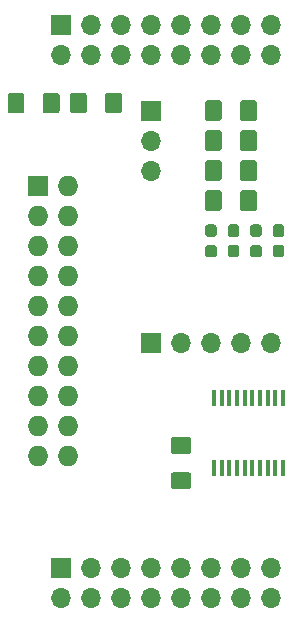
<source format=gts>
G04 #@! TF.GenerationSoftware,KiCad,Pcbnew,(5.0.0)*
G04 #@! TF.CreationDate,2018-08-08T21:20:56+01:00*
G04 #@! TF.ProjectId,armm0,61726D6D302E6B696361645F70636200,rev?*
G04 #@! TF.SameCoordinates,Original*
G04 #@! TF.FileFunction,Soldermask,Top*
G04 #@! TF.FilePolarity,Negative*
%FSLAX46Y46*%
G04 Gerber Fmt 4.6, Leading zero omitted, Abs format (unit mm)*
G04 Created by KiCad (PCBNEW (5.0.0)) date 08/08/18 21:20:56*
%MOMM*%
%LPD*%
G01*
G04 APERTURE LIST*
%ADD10R,1.727200X1.727200*%
%ADD11O,1.727200X1.727200*%
%ADD12C,0.100000*%
%ADD13C,0.950000*%
%ADD14R,1.700000X1.700000*%
%ADD15O,1.700000X1.700000*%
%ADD16C,1.425000*%
%ADD17R,0.450000X1.450000*%
G04 APERTURE END LIST*
D10*
G04 #@! TO.C,J1*
X78740000Y-46355000D03*
D11*
X81280000Y-46355000D03*
X78740000Y-48895000D03*
X81280000Y-48895000D03*
X78740000Y-51435000D03*
X81280000Y-51435000D03*
X78740000Y-53975000D03*
X81280000Y-53975000D03*
X78740000Y-56515000D03*
X81280000Y-56515000D03*
X78740000Y-59055000D03*
X81280000Y-59055000D03*
X78740000Y-61595000D03*
X81280000Y-61595000D03*
X78740000Y-64135000D03*
X81280000Y-64135000D03*
X78740000Y-66675000D03*
X81280000Y-66675000D03*
X78740000Y-69215000D03*
X81280000Y-69215000D03*
G04 #@! TD*
D12*
G04 #@! TO.C,R6*
G36*
X95510779Y-49641144D02*
X95533834Y-49644563D01*
X95556443Y-49650227D01*
X95578387Y-49658079D01*
X95599457Y-49668044D01*
X95619448Y-49680026D01*
X95638168Y-49693910D01*
X95655438Y-49709562D01*
X95671090Y-49726832D01*
X95684974Y-49745552D01*
X95696956Y-49765543D01*
X95706921Y-49786613D01*
X95714773Y-49808557D01*
X95720437Y-49831166D01*
X95723856Y-49854221D01*
X95725000Y-49877500D01*
X95725000Y-50452500D01*
X95723856Y-50475779D01*
X95720437Y-50498834D01*
X95714773Y-50521443D01*
X95706921Y-50543387D01*
X95696956Y-50564457D01*
X95684974Y-50584448D01*
X95671090Y-50603168D01*
X95655438Y-50620438D01*
X95638168Y-50636090D01*
X95619448Y-50649974D01*
X95599457Y-50661956D01*
X95578387Y-50671921D01*
X95556443Y-50679773D01*
X95533834Y-50685437D01*
X95510779Y-50688856D01*
X95487500Y-50690000D01*
X95012500Y-50690000D01*
X94989221Y-50688856D01*
X94966166Y-50685437D01*
X94943557Y-50679773D01*
X94921613Y-50671921D01*
X94900543Y-50661956D01*
X94880552Y-50649974D01*
X94861832Y-50636090D01*
X94844562Y-50620438D01*
X94828910Y-50603168D01*
X94815026Y-50584448D01*
X94803044Y-50564457D01*
X94793079Y-50543387D01*
X94785227Y-50521443D01*
X94779563Y-50498834D01*
X94776144Y-50475779D01*
X94775000Y-50452500D01*
X94775000Y-49877500D01*
X94776144Y-49854221D01*
X94779563Y-49831166D01*
X94785227Y-49808557D01*
X94793079Y-49786613D01*
X94803044Y-49765543D01*
X94815026Y-49745552D01*
X94828910Y-49726832D01*
X94844562Y-49709562D01*
X94861832Y-49693910D01*
X94880552Y-49680026D01*
X94900543Y-49668044D01*
X94921613Y-49658079D01*
X94943557Y-49650227D01*
X94966166Y-49644563D01*
X94989221Y-49641144D01*
X95012500Y-49640000D01*
X95487500Y-49640000D01*
X95510779Y-49641144D01*
X95510779Y-49641144D01*
G37*
D13*
X95250000Y-50165000D03*
D12*
G36*
X95510779Y-51391144D02*
X95533834Y-51394563D01*
X95556443Y-51400227D01*
X95578387Y-51408079D01*
X95599457Y-51418044D01*
X95619448Y-51430026D01*
X95638168Y-51443910D01*
X95655438Y-51459562D01*
X95671090Y-51476832D01*
X95684974Y-51495552D01*
X95696956Y-51515543D01*
X95706921Y-51536613D01*
X95714773Y-51558557D01*
X95720437Y-51581166D01*
X95723856Y-51604221D01*
X95725000Y-51627500D01*
X95725000Y-52202500D01*
X95723856Y-52225779D01*
X95720437Y-52248834D01*
X95714773Y-52271443D01*
X95706921Y-52293387D01*
X95696956Y-52314457D01*
X95684974Y-52334448D01*
X95671090Y-52353168D01*
X95655438Y-52370438D01*
X95638168Y-52386090D01*
X95619448Y-52399974D01*
X95599457Y-52411956D01*
X95578387Y-52421921D01*
X95556443Y-52429773D01*
X95533834Y-52435437D01*
X95510779Y-52438856D01*
X95487500Y-52440000D01*
X95012500Y-52440000D01*
X94989221Y-52438856D01*
X94966166Y-52435437D01*
X94943557Y-52429773D01*
X94921613Y-52421921D01*
X94900543Y-52411956D01*
X94880552Y-52399974D01*
X94861832Y-52386090D01*
X94844562Y-52370438D01*
X94828910Y-52353168D01*
X94815026Y-52334448D01*
X94803044Y-52314457D01*
X94793079Y-52293387D01*
X94785227Y-52271443D01*
X94779563Y-52248834D01*
X94776144Y-52225779D01*
X94775000Y-52202500D01*
X94775000Y-51627500D01*
X94776144Y-51604221D01*
X94779563Y-51581166D01*
X94785227Y-51558557D01*
X94793079Y-51536613D01*
X94803044Y-51515543D01*
X94815026Y-51495552D01*
X94828910Y-51476832D01*
X94844562Y-51459562D01*
X94861832Y-51443910D01*
X94880552Y-51430026D01*
X94900543Y-51418044D01*
X94921613Y-51408079D01*
X94943557Y-51400227D01*
X94966166Y-51394563D01*
X94989221Y-51391144D01*
X95012500Y-51390000D01*
X95487500Y-51390000D01*
X95510779Y-51391144D01*
X95510779Y-51391144D01*
G37*
D13*
X95250000Y-51915000D03*
G04 #@! TD*
D12*
G04 #@! TO.C,R5*
G36*
X97415779Y-51391144D02*
X97438834Y-51394563D01*
X97461443Y-51400227D01*
X97483387Y-51408079D01*
X97504457Y-51418044D01*
X97524448Y-51430026D01*
X97543168Y-51443910D01*
X97560438Y-51459562D01*
X97576090Y-51476832D01*
X97589974Y-51495552D01*
X97601956Y-51515543D01*
X97611921Y-51536613D01*
X97619773Y-51558557D01*
X97625437Y-51581166D01*
X97628856Y-51604221D01*
X97630000Y-51627500D01*
X97630000Y-52202500D01*
X97628856Y-52225779D01*
X97625437Y-52248834D01*
X97619773Y-52271443D01*
X97611921Y-52293387D01*
X97601956Y-52314457D01*
X97589974Y-52334448D01*
X97576090Y-52353168D01*
X97560438Y-52370438D01*
X97543168Y-52386090D01*
X97524448Y-52399974D01*
X97504457Y-52411956D01*
X97483387Y-52421921D01*
X97461443Y-52429773D01*
X97438834Y-52435437D01*
X97415779Y-52438856D01*
X97392500Y-52440000D01*
X96917500Y-52440000D01*
X96894221Y-52438856D01*
X96871166Y-52435437D01*
X96848557Y-52429773D01*
X96826613Y-52421921D01*
X96805543Y-52411956D01*
X96785552Y-52399974D01*
X96766832Y-52386090D01*
X96749562Y-52370438D01*
X96733910Y-52353168D01*
X96720026Y-52334448D01*
X96708044Y-52314457D01*
X96698079Y-52293387D01*
X96690227Y-52271443D01*
X96684563Y-52248834D01*
X96681144Y-52225779D01*
X96680000Y-52202500D01*
X96680000Y-51627500D01*
X96681144Y-51604221D01*
X96684563Y-51581166D01*
X96690227Y-51558557D01*
X96698079Y-51536613D01*
X96708044Y-51515543D01*
X96720026Y-51495552D01*
X96733910Y-51476832D01*
X96749562Y-51459562D01*
X96766832Y-51443910D01*
X96785552Y-51430026D01*
X96805543Y-51418044D01*
X96826613Y-51408079D01*
X96848557Y-51400227D01*
X96871166Y-51394563D01*
X96894221Y-51391144D01*
X96917500Y-51390000D01*
X97392500Y-51390000D01*
X97415779Y-51391144D01*
X97415779Y-51391144D01*
G37*
D13*
X97155000Y-51915000D03*
D12*
G36*
X97415779Y-49641144D02*
X97438834Y-49644563D01*
X97461443Y-49650227D01*
X97483387Y-49658079D01*
X97504457Y-49668044D01*
X97524448Y-49680026D01*
X97543168Y-49693910D01*
X97560438Y-49709562D01*
X97576090Y-49726832D01*
X97589974Y-49745552D01*
X97601956Y-49765543D01*
X97611921Y-49786613D01*
X97619773Y-49808557D01*
X97625437Y-49831166D01*
X97628856Y-49854221D01*
X97630000Y-49877500D01*
X97630000Y-50452500D01*
X97628856Y-50475779D01*
X97625437Y-50498834D01*
X97619773Y-50521443D01*
X97611921Y-50543387D01*
X97601956Y-50564457D01*
X97589974Y-50584448D01*
X97576090Y-50603168D01*
X97560438Y-50620438D01*
X97543168Y-50636090D01*
X97524448Y-50649974D01*
X97504457Y-50661956D01*
X97483387Y-50671921D01*
X97461443Y-50679773D01*
X97438834Y-50685437D01*
X97415779Y-50688856D01*
X97392500Y-50690000D01*
X96917500Y-50690000D01*
X96894221Y-50688856D01*
X96871166Y-50685437D01*
X96848557Y-50679773D01*
X96826613Y-50671921D01*
X96805543Y-50661956D01*
X96785552Y-50649974D01*
X96766832Y-50636090D01*
X96749562Y-50620438D01*
X96733910Y-50603168D01*
X96720026Y-50584448D01*
X96708044Y-50564457D01*
X96698079Y-50543387D01*
X96690227Y-50521443D01*
X96684563Y-50498834D01*
X96681144Y-50475779D01*
X96680000Y-50452500D01*
X96680000Y-49877500D01*
X96681144Y-49854221D01*
X96684563Y-49831166D01*
X96690227Y-49808557D01*
X96698079Y-49786613D01*
X96708044Y-49765543D01*
X96720026Y-49745552D01*
X96733910Y-49726832D01*
X96749562Y-49709562D01*
X96766832Y-49693910D01*
X96785552Y-49680026D01*
X96805543Y-49668044D01*
X96826613Y-49658079D01*
X96848557Y-49650227D01*
X96871166Y-49644563D01*
X96894221Y-49641144D01*
X96917500Y-49640000D01*
X97392500Y-49640000D01*
X97415779Y-49641144D01*
X97415779Y-49641144D01*
G37*
D13*
X97155000Y-50165000D03*
G04 #@! TD*
D12*
G04 #@! TO.C,R4*
G36*
X99320779Y-49641144D02*
X99343834Y-49644563D01*
X99366443Y-49650227D01*
X99388387Y-49658079D01*
X99409457Y-49668044D01*
X99429448Y-49680026D01*
X99448168Y-49693910D01*
X99465438Y-49709562D01*
X99481090Y-49726832D01*
X99494974Y-49745552D01*
X99506956Y-49765543D01*
X99516921Y-49786613D01*
X99524773Y-49808557D01*
X99530437Y-49831166D01*
X99533856Y-49854221D01*
X99535000Y-49877500D01*
X99535000Y-50452500D01*
X99533856Y-50475779D01*
X99530437Y-50498834D01*
X99524773Y-50521443D01*
X99516921Y-50543387D01*
X99506956Y-50564457D01*
X99494974Y-50584448D01*
X99481090Y-50603168D01*
X99465438Y-50620438D01*
X99448168Y-50636090D01*
X99429448Y-50649974D01*
X99409457Y-50661956D01*
X99388387Y-50671921D01*
X99366443Y-50679773D01*
X99343834Y-50685437D01*
X99320779Y-50688856D01*
X99297500Y-50690000D01*
X98822500Y-50690000D01*
X98799221Y-50688856D01*
X98776166Y-50685437D01*
X98753557Y-50679773D01*
X98731613Y-50671921D01*
X98710543Y-50661956D01*
X98690552Y-50649974D01*
X98671832Y-50636090D01*
X98654562Y-50620438D01*
X98638910Y-50603168D01*
X98625026Y-50584448D01*
X98613044Y-50564457D01*
X98603079Y-50543387D01*
X98595227Y-50521443D01*
X98589563Y-50498834D01*
X98586144Y-50475779D01*
X98585000Y-50452500D01*
X98585000Y-49877500D01*
X98586144Y-49854221D01*
X98589563Y-49831166D01*
X98595227Y-49808557D01*
X98603079Y-49786613D01*
X98613044Y-49765543D01*
X98625026Y-49745552D01*
X98638910Y-49726832D01*
X98654562Y-49709562D01*
X98671832Y-49693910D01*
X98690552Y-49680026D01*
X98710543Y-49668044D01*
X98731613Y-49658079D01*
X98753557Y-49650227D01*
X98776166Y-49644563D01*
X98799221Y-49641144D01*
X98822500Y-49640000D01*
X99297500Y-49640000D01*
X99320779Y-49641144D01*
X99320779Y-49641144D01*
G37*
D13*
X99060000Y-50165000D03*
D12*
G36*
X99320779Y-51391144D02*
X99343834Y-51394563D01*
X99366443Y-51400227D01*
X99388387Y-51408079D01*
X99409457Y-51418044D01*
X99429448Y-51430026D01*
X99448168Y-51443910D01*
X99465438Y-51459562D01*
X99481090Y-51476832D01*
X99494974Y-51495552D01*
X99506956Y-51515543D01*
X99516921Y-51536613D01*
X99524773Y-51558557D01*
X99530437Y-51581166D01*
X99533856Y-51604221D01*
X99535000Y-51627500D01*
X99535000Y-52202500D01*
X99533856Y-52225779D01*
X99530437Y-52248834D01*
X99524773Y-52271443D01*
X99516921Y-52293387D01*
X99506956Y-52314457D01*
X99494974Y-52334448D01*
X99481090Y-52353168D01*
X99465438Y-52370438D01*
X99448168Y-52386090D01*
X99429448Y-52399974D01*
X99409457Y-52411956D01*
X99388387Y-52421921D01*
X99366443Y-52429773D01*
X99343834Y-52435437D01*
X99320779Y-52438856D01*
X99297500Y-52440000D01*
X98822500Y-52440000D01*
X98799221Y-52438856D01*
X98776166Y-52435437D01*
X98753557Y-52429773D01*
X98731613Y-52421921D01*
X98710543Y-52411956D01*
X98690552Y-52399974D01*
X98671832Y-52386090D01*
X98654562Y-52370438D01*
X98638910Y-52353168D01*
X98625026Y-52334448D01*
X98613044Y-52314457D01*
X98603079Y-52293387D01*
X98595227Y-52271443D01*
X98589563Y-52248834D01*
X98586144Y-52225779D01*
X98585000Y-52202500D01*
X98585000Y-51627500D01*
X98586144Y-51604221D01*
X98589563Y-51581166D01*
X98595227Y-51558557D01*
X98603079Y-51536613D01*
X98613044Y-51515543D01*
X98625026Y-51495552D01*
X98638910Y-51476832D01*
X98654562Y-51459562D01*
X98671832Y-51443910D01*
X98690552Y-51430026D01*
X98710543Y-51418044D01*
X98731613Y-51408079D01*
X98753557Y-51400227D01*
X98776166Y-51394563D01*
X98799221Y-51391144D01*
X98822500Y-51390000D01*
X99297500Y-51390000D01*
X99320779Y-51391144D01*
X99320779Y-51391144D01*
G37*
D13*
X99060000Y-51915000D03*
G04 #@! TD*
D12*
G04 #@! TO.C,R7*
G36*
X93605779Y-51391144D02*
X93628834Y-51394563D01*
X93651443Y-51400227D01*
X93673387Y-51408079D01*
X93694457Y-51418044D01*
X93714448Y-51430026D01*
X93733168Y-51443910D01*
X93750438Y-51459562D01*
X93766090Y-51476832D01*
X93779974Y-51495552D01*
X93791956Y-51515543D01*
X93801921Y-51536613D01*
X93809773Y-51558557D01*
X93815437Y-51581166D01*
X93818856Y-51604221D01*
X93820000Y-51627500D01*
X93820000Y-52202500D01*
X93818856Y-52225779D01*
X93815437Y-52248834D01*
X93809773Y-52271443D01*
X93801921Y-52293387D01*
X93791956Y-52314457D01*
X93779974Y-52334448D01*
X93766090Y-52353168D01*
X93750438Y-52370438D01*
X93733168Y-52386090D01*
X93714448Y-52399974D01*
X93694457Y-52411956D01*
X93673387Y-52421921D01*
X93651443Y-52429773D01*
X93628834Y-52435437D01*
X93605779Y-52438856D01*
X93582500Y-52440000D01*
X93107500Y-52440000D01*
X93084221Y-52438856D01*
X93061166Y-52435437D01*
X93038557Y-52429773D01*
X93016613Y-52421921D01*
X92995543Y-52411956D01*
X92975552Y-52399974D01*
X92956832Y-52386090D01*
X92939562Y-52370438D01*
X92923910Y-52353168D01*
X92910026Y-52334448D01*
X92898044Y-52314457D01*
X92888079Y-52293387D01*
X92880227Y-52271443D01*
X92874563Y-52248834D01*
X92871144Y-52225779D01*
X92870000Y-52202500D01*
X92870000Y-51627500D01*
X92871144Y-51604221D01*
X92874563Y-51581166D01*
X92880227Y-51558557D01*
X92888079Y-51536613D01*
X92898044Y-51515543D01*
X92910026Y-51495552D01*
X92923910Y-51476832D01*
X92939562Y-51459562D01*
X92956832Y-51443910D01*
X92975552Y-51430026D01*
X92995543Y-51418044D01*
X93016613Y-51408079D01*
X93038557Y-51400227D01*
X93061166Y-51394563D01*
X93084221Y-51391144D01*
X93107500Y-51390000D01*
X93582500Y-51390000D01*
X93605779Y-51391144D01*
X93605779Y-51391144D01*
G37*
D13*
X93345000Y-51915000D03*
D12*
G36*
X93605779Y-49641144D02*
X93628834Y-49644563D01*
X93651443Y-49650227D01*
X93673387Y-49658079D01*
X93694457Y-49668044D01*
X93714448Y-49680026D01*
X93733168Y-49693910D01*
X93750438Y-49709562D01*
X93766090Y-49726832D01*
X93779974Y-49745552D01*
X93791956Y-49765543D01*
X93801921Y-49786613D01*
X93809773Y-49808557D01*
X93815437Y-49831166D01*
X93818856Y-49854221D01*
X93820000Y-49877500D01*
X93820000Y-50452500D01*
X93818856Y-50475779D01*
X93815437Y-50498834D01*
X93809773Y-50521443D01*
X93801921Y-50543387D01*
X93791956Y-50564457D01*
X93779974Y-50584448D01*
X93766090Y-50603168D01*
X93750438Y-50620438D01*
X93733168Y-50636090D01*
X93714448Y-50649974D01*
X93694457Y-50661956D01*
X93673387Y-50671921D01*
X93651443Y-50679773D01*
X93628834Y-50685437D01*
X93605779Y-50688856D01*
X93582500Y-50690000D01*
X93107500Y-50690000D01*
X93084221Y-50688856D01*
X93061166Y-50685437D01*
X93038557Y-50679773D01*
X93016613Y-50671921D01*
X92995543Y-50661956D01*
X92975552Y-50649974D01*
X92956832Y-50636090D01*
X92939562Y-50620438D01*
X92923910Y-50603168D01*
X92910026Y-50584448D01*
X92898044Y-50564457D01*
X92888079Y-50543387D01*
X92880227Y-50521443D01*
X92874563Y-50498834D01*
X92871144Y-50475779D01*
X92870000Y-50452500D01*
X92870000Y-49877500D01*
X92871144Y-49854221D01*
X92874563Y-49831166D01*
X92880227Y-49808557D01*
X92888079Y-49786613D01*
X92898044Y-49765543D01*
X92910026Y-49745552D01*
X92923910Y-49726832D01*
X92939562Y-49709562D01*
X92956832Y-49693910D01*
X92975552Y-49680026D01*
X92995543Y-49668044D01*
X93016613Y-49658079D01*
X93038557Y-49650227D01*
X93061166Y-49644563D01*
X93084221Y-49641144D01*
X93107500Y-49640000D01*
X93582500Y-49640000D01*
X93605779Y-49641144D01*
X93605779Y-49641144D01*
G37*
D13*
X93345000Y-50165000D03*
G04 #@! TD*
D14*
G04 #@! TO.C,J8*
X88265000Y-40005000D03*
D15*
X88265000Y-42545000D03*
X88265000Y-45085000D03*
G04 #@! TD*
D12*
G04 #@! TO.C,D2*
G36*
X94032004Y-39131204D02*
X94056273Y-39134804D01*
X94080071Y-39140765D01*
X94103171Y-39149030D01*
X94125349Y-39159520D01*
X94146393Y-39172133D01*
X94166098Y-39186747D01*
X94184277Y-39203223D01*
X94200753Y-39221402D01*
X94215367Y-39241107D01*
X94227980Y-39262151D01*
X94238470Y-39284329D01*
X94246735Y-39307429D01*
X94252696Y-39331227D01*
X94256296Y-39355496D01*
X94257500Y-39380000D01*
X94257500Y-40630000D01*
X94256296Y-40654504D01*
X94252696Y-40678773D01*
X94246735Y-40702571D01*
X94238470Y-40725671D01*
X94227980Y-40747849D01*
X94215367Y-40768893D01*
X94200753Y-40788598D01*
X94184277Y-40806777D01*
X94166098Y-40823253D01*
X94146393Y-40837867D01*
X94125349Y-40850480D01*
X94103171Y-40860970D01*
X94080071Y-40869235D01*
X94056273Y-40875196D01*
X94032004Y-40878796D01*
X94007500Y-40880000D01*
X93082500Y-40880000D01*
X93057996Y-40878796D01*
X93033727Y-40875196D01*
X93009929Y-40869235D01*
X92986829Y-40860970D01*
X92964651Y-40850480D01*
X92943607Y-40837867D01*
X92923902Y-40823253D01*
X92905723Y-40806777D01*
X92889247Y-40788598D01*
X92874633Y-40768893D01*
X92862020Y-40747849D01*
X92851530Y-40725671D01*
X92843265Y-40702571D01*
X92837304Y-40678773D01*
X92833704Y-40654504D01*
X92832500Y-40630000D01*
X92832500Y-39380000D01*
X92833704Y-39355496D01*
X92837304Y-39331227D01*
X92843265Y-39307429D01*
X92851530Y-39284329D01*
X92862020Y-39262151D01*
X92874633Y-39241107D01*
X92889247Y-39221402D01*
X92905723Y-39203223D01*
X92923902Y-39186747D01*
X92943607Y-39172133D01*
X92964651Y-39159520D01*
X92986829Y-39149030D01*
X93009929Y-39140765D01*
X93033727Y-39134804D01*
X93057996Y-39131204D01*
X93082500Y-39130000D01*
X94007500Y-39130000D01*
X94032004Y-39131204D01*
X94032004Y-39131204D01*
G37*
D16*
X93545000Y-40005000D03*
D12*
G36*
X97007004Y-39131204D02*
X97031273Y-39134804D01*
X97055071Y-39140765D01*
X97078171Y-39149030D01*
X97100349Y-39159520D01*
X97121393Y-39172133D01*
X97141098Y-39186747D01*
X97159277Y-39203223D01*
X97175753Y-39221402D01*
X97190367Y-39241107D01*
X97202980Y-39262151D01*
X97213470Y-39284329D01*
X97221735Y-39307429D01*
X97227696Y-39331227D01*
X97231296Y-39355496D01*
X97232500Y-39380000D01*
X97232500Y-40630000D01*
X97231296Y-40654504D01*
X97227696Y-40678773D01*
X97221735Y-40702571D01*
X97213470Y-40725671D01*
X97202980Y-40747849D01*
X97190367Y-40768893D01*
X97175753Y-40788598D01*
X97159277Y-40806777D01*
X97141098Y-40823253D01*
X97121393Y-40837867D01*
X97100349Y-40850480D01*
X97078171Y-40860970D01*
X97055071Y-40869235D01*
X97031273Y-40875196D01*
X97007004Y-40878796D01*
X96982500Y-40880000D01*
X96057500Y-40880000D01*
X96032996Y-40878796D01*
X96008727Y-40875196D01*
X95984929Y-40869235D01*
X95961829Y-40860970D01*
X95939651Y-40850480D01*
X95918607Y-40837867D01*
X95898902Y-40823253D01*
X95880723Y-40806777D01*
X95864247Y-40788598D01*
X95849633Y-40768893D01*
X95837020Y-40747849D01*
X95826530Y-40725671D01*
X95818265Y-40702571D01*
X95812304Y-40678773D01*
X95808704Y-40654504D01*
X95807500Y-40630000D01*
X95807500Y-39380000D01*
X95808704Y-39355496D01*
X95812304Y-39331227D01*
X95818265Y-39307429D01*
X95826530Y-39284329D01*
X95837020Y-39262151D01*
X95849633Y-39241107D01*
X95864247Y-39221402D01*
X95880723Y-39203223D01*
X95898902Y-39186747D01*
X95918607Y-39172133D01*
X95939651Y-39159520D01*
X95961829Y-39149030D01*
X95984929Y-39140765D01*
X96008727Y-39134804D01*
X96032996Y-39131204D01*
X96057500Y-39130000D01*
X96982500Y-39130000D01*
X97007004Y-39131204D01*
X97007004Y-39131204D01*
G37*
D16*
X96520000Y-40005000D03*
G04 #@! TD*
D12*
G04 #@! TO.C,D1*
G36*
X80297004Y-38496204D02*
X80321273Y-38499804D01*
X80345071Y-38505765D01*
X80368171Y-38514030D01*
X80390349Y-38524520D01*
X80411393Y-38537133D01*
X80431098Y-38551747D01*
X80449277Y-38568223D01*
X80465753Y-38586402D01*
X80480367Y-38606107D01*
X80492980Y-38627151D01*
X80503470Y-38649329D01*
X80511735Y-38672429D01*
X80517696Y-38696227D01*
X80521296Y-38720496D01*
X80522500Y-38745000D01*
X80522500Y-39995000D01*
X80521296Y-40019504D01*
X80517696Y-40043773D01*
X80511735Y-40067571D01*
X80503470Y-40090671D01*
X80492980Y-40112849D01*
X80480367Y-40133893D01*
X80465753Y-40153598D01*
X80449277Y-40171777D01*
X80431098Y-40188253D01*
X80411393Y-40202867D01*
X80390349Y-40215480D01*
X80368171Y-40225970D01*
X80345071Y-40234235D01*
X80321273Y-40240196D01*
X80297004Y-40243796D01*
X80272500Y-40245000D01*
X79347500Y-40245000D01*
X79322996Y-40243796D01*
X79298727Y-40240196D01*
X79274929Y-40234235D01*
X79251829Y-40225970D01*
X79229651Y-40215480D01*
X79208607Y-40202867D01*
X79188902Y-40188253D01*
X79170723Y-40171777D01*
X79154247Y-40153598D01*
X79139633Y-40133893D01*
X79127020Y-40112849D01*
X79116530Y-40090671D01*
X79108265Y-40067571D01*
X79102304Y-40043773D01*
X79098704Y-40019504D01*
X79097500Y-39995000D01*
X79097500Y-38745000D01*
X79098704Y-38720496D01*
X79102304Y-38696227D01*
X79108265Y-38672429D01*
X79116530Y-38649329D01*
X79127020Y-38627151D01*
X79139633Y-38606107D01*
X79154247Y-38586402D01*
X79170723Y-38568223D01*
X79188902Y-38551747D01*
X79208607Y-38537133D01*
X79229651Y-38524520D01*
X79251829Y-38514030D01*
X79274929Y-38505765D01*
X79298727Y-38499804D01*
X79322996Y-38496204D01*
X79347500Y-38495000D01*
X80272500Y-38495000D01*
X80297004Y-38496204D01*
X80297004Y-38496204D01*
G37*
D16*
X79810000Y-39370000D03*
D12*
G36*
X77322004Y-38496204D02*
X77346273Y-38499804D01*
X77370071Y-38505765D01*
X77393171Y-38514030D01*
X77415349Y-38524520D01*
X77436393Y-38537133D01*
X77456098Y-38551747D01*
X77474277Y-38568223D01*
X77490753Y-38586402D01*
X77505367Y-38606107D01*
X77517980Y-38627151D01*
X77528470Y-38649329D01*
X77536735Y-38672429D01*
X77542696Y-38696227D01*
X77546296Y-38720496D01*
X77547500Y-38745000D01*
X77547500Y-39995000D01*
X77546296Y-40019504D01*
X77542696Y-40043773D01*
X77536735Y-40067571D01*
X77528470Y-40090671D01*
X77517980Y-40112849D01*
X77505367Y-40133893D01*
X77490753Y-40153598D01*
X77474277Y-40171777D01*
X77456098Y-40188253D01*
X77436393Y-40202867D01*
X77415349Y-40215480D01*
X77393171Y-40225970D01*
X77370071Y-40234235D01*
X77346273Y-40240196D01*
X77322004Y-40243796D01*
X77297500Y-40245000D01*
X76372500Y-40245000D01*
X76347996Y-40243796D01*
X76323727Y-40240196D01*
X76299929Y-40234235D01*
X76276829Y-40225970D01*
X76254651Y-40215480D01*
X76233607Y-40202867D01*
X76213902Y-40188253D01*
X76195723Y-40171777D01*
X76179247Y-40153598D01*
X76164633Y-40133893D01*
X76152020Y-40112849D01*
X76141530Y-40090671D01*
X76133265Y-40067571D01*
X76127304Y-40043773D01*
X76123704Y-40019504D01*
X76122500Y-39995000D01*
X76122500Y-38745000D01*
X76123704Y-38720496D01*
X76127304Y-38696227D01*
X76133265Y-38672429D01*
X76141530Y-38649329D01*
X76152020Y-38627151D01*
X76164633Y-38606107D01*
X76179247Y-38586402D01*
X76195723Y-38568223D01*
X76213902Y-38551747D01*
X76233607Y-38537133D01*
X76254651Y-38524520D01*
X76276829Y-38514030D01*
X76299929Y-38505765D01*
X76323727Y-38499804D01*
X76347996Y-38496204D01*
X76372500Y-38495000D01*
X77297500Y-38495000D01*
X77322004Y-38496204D01*
X77322004Y-38496204D01*
G37*
D16*
X76835000Y-39370000D03*
G04 #@! TD*
D12*
G04 #@! TO.C,D3*
G36*
X94032004Y-41671204D02*
X94056273Y-41674804D01*
X94080071Y-41680765D01*
X94103171Y-41689030D01*
X94125349Y-41699520D01*
X94146393Y-41712133D01*
X94166098Y-41726747D01*
X94184277Y-41743223D01*
X94200753Y-41761402D01*
X94215367Y-41781107D01*
X94227980Y-41802151D01*
X94238470Y-41824329D01*
X94246735Y-41847429D01*
X94252696Y-41871227D01*
X94256296Y-41895496D01*
X94257500Y-41920000D01*
X94257500Y-43170000D01*
X94256296Y-43194504D01*
X94252696Y-43218773D01*
X94246735Y-43242571D01*
X94238470Y-43265671D01*
X94227980Y-43287849D01*
X94215367Y-43308893D01*
X94200753Y-43328598D01*
X94184277Y-43346777D01*
X94166098Y-43363253D01*
X94146393Y-43377867D01*
X94125349Y-43390480D01*
X94103171Y-43400970D01*
X94080071Y-43409235D01*
X94056273Y-43415196D01*
X94032004Y-43418796D01*
X94007500Y-43420000D01*
X93082500Y-43420000D01*
X93057996Y-43418796D01*
X93033727Y-43415196D01*
X93009929Y-43409235D01*
X92986829Y-43400970D01*
X92964651Y-43390480D01*
X92943607Y-43377867D01*
X92923902Y-43363253D01*
X92905723Y-43346777D01*
X92889247Y-43328598D01*
X92874633Y-43308893D01*
X92862020Y-43287849D01*
X92851530Y-43265671D01*
X92843265Y-43242571D01*
X92837304Y-43218773D01*
X92833704Y-43194504D01*
X92832500Y-43170000D01*
X92832500Y-41920000D01*
X92833704Y-41895496D01*
X92837304Y-41871227D01*
X92843265Y-41847429D01*
X92851530Y-41824329D01*
X92862020Y-41802151D01*
X92874633Y-41781107D01*
X92889247Y-41761402D01*
X92905723Y-41743223D01*
X92923902Y-41726747D01*
X92943607Y-41712133D01*
X92964651Y-41699520D01*
X92986829Y-41689030D01*
X93009929Y-41680765D01*
X93033727Y-41674804D01*
X93057996Y-41671204D01*
X93082500Y-41670000D01*
X94007500Y-41670000D01*
X94032004Y-41671204D01*
X94032004Y-41671204D01*
G37*
D16*
X93545000Y-42545000D03*
D12*
G36*
X97007004Y-41671204D02*
X97031273Y-41674804D01*
X97055071Y-41680765D01*
X97078171Y-41689030D01*
X97100349Y-41699520D01*
X97121393Y-41712133D01*
X97141098Y-41726747D01*
X97159277Y-41743223D01*
X97175753Y-41761402D01*
X97190367Y-41781107D01*
X97202980Y-41802151D01*
X97213470Y-41824329D01*
X97221735Y-41847429D01*
X97227696Y-41871227D01*
X97231296Y-41895496D01*
X97232500Y-41920000D01*
X97232500Y-43170000D01*
X97231296Y-43194504D01*
X97227696Y-43218773D01*
X97221735Y-43242571D01*
X97213470Y-43265671D01*
X97202980Y-43287849D01*
X97190367Y-43308893D01*
X97175753Y-43328598D01*
X97159277Y-43346777D01*
X97141098Y-43363253D01*
X97121393Y-43377867D01*
X97100349Y-43390480D01*
X97078171Y-43400970D01*
X97055071Y-43409235D01*
X97031273Y-43415196D01*
X97007004Y-43418796D01*
X96982500Y-43420000D01*
X96057500Y-43420000D01*
X96032996Y-43418796D01*
X96008727Y-43415196D01*
X95984929Y-43409235D01*
X95961829Y-43400970D01*
X95939651Y-43390480D01*
X95918607Y-43377867D01*
X95898902Y-43363253D01*
X95880723Y-43346777D01*
X95864247Y-43328598D01*
X95849633Y-43308893D01*
X95837020Y-43287849D01*
X95826530Y-43265671D01*
X95818265Y-43242571D01*
X95812304Y-43218773D01*
X95808704Y-43194504D01*
X95807500Y-43170000D01*
X95807500Y-41920000D01*
X95808704Y-41895496D01*
X95812304Y-41871227D01*
X95818265Y-41847429D01*
X95826530Y-41824329D01*
X95837020Y-41802151D01*
X95849633Y-41781107D01*
X95864247Y-41761402D01*
X95880723Y-41743223D01*
X95898902Y-41726747D01*
X95918607Y-41712133D01*
X95939651Y-41699520D01*
X95961829Y-41689030D01*
X95984929Y-41680765D01*
X96008727Y-41674804D01*
X96032996Y-41671204D01*
X96057500Y-41670000D01*
X96982500Y-41670000D01*
X97007004Y-41671204D01*
X97007004Y-41671204D01*
G37*
D16*
X96520000Y-42545000D03*
G04 #@! TD*
D12*
G04 #@! TO.C,D5*
G36*
X94032004Y-46751204D02*
X94056273Y-46754804D01*
X94080071Y-46760765D01*
X94103171Y-46769030D01*
X94125349Y-46779520D01*
X94146393Y-46792133D01*
X94166098Y-46806747D01*
X94184277Y-46823223D01*
X94200753Y-46841402D01*
X94215367Y-46861107D01*
X94227980Y-46882151D01*
X94238470Y-46904329D01*
X94246735Y-46927429D01*
X94252696Y-46951227D01*
X94256296Y-46975496D01*
X94257500Y-47000000D01*
X94257500Y-48250000D01*
X94256296Y-48274504D01*
X94252696Y-48298773D01*
X94246735Y-48322571D01*
X94238470Y-48345671D01*
X94227980Y-48367849D01*
X94215367Y-48388893D01*
X94200753Y-48408598D01*
X94184277Y-48426777D01*
X94166098Y-48443253D01*
X94146393Y-48457867D01*
X94125349Y-48470480D01*
X94103171Y-48480970D01*
X94080071Y-48489235D01*
X94056273Y-48495196D01*
X94032004Y-48498796D01*
X94007500Y-48500000D01*
X93082500Y-48500000D01*
X93057996Y-48498796D01*
X93033727Y-48495196D01*
X93009929Y-48489235D01*
X92986829Y-48480970D01*
X92964651Y-48470480D01*
X92943607Y-48457867D01*
X92923902Y-48443253D01*
X92905723Y-48426777D01*
X92889247Y-48408598D01*
X92874633Y-48388893D01*
X92862020Y-48367849D01*
X92851530Y-48345671D01*
X92843265Y-48322571D01*
X92837304Y-48298773D01*
X92833704Y-48274504D01*
X92832500Y-48250000D01*
X92832500Y-47000000D01*
X92833704Y-46975496D01*
X92837304Y-46951227D01*
X92843265Y-46927429D01*
X92851530Y-46904329D01*
X92862020Y-46882151D01*
X92874633Y-46861107D01*
X92889247Y-46841402D01*
X92905723Y-46823223D01*
X92923902Y-46806747D01*
X92943607Y-46792133D01*
X92964651Y-46779520D01*
X92986829Y-46769030D01*
X93009929Y-46760765D01*
X93033727Y-46754804D01*
X93057996Y-46751204D01*
X93082500Y-46750000D01*
X94007500Y-46750000D01*
X94032004Y-46751204D01*
X94032004Y-46751204D01*
G37*
D16*
X93545000Y-47625000D03*
D12*
G36*
X97007004Y-46751204D02*
X97031273Y-46754804D01*
X97055071Y-46760765D01*
X97078171Y-46769030D01*
X97100349Y-46779520D01*
X97121393Y-46792133D01*
X97141098Y-46806747D01*
X97159277Y-46823223D01*
X97175753Y-46841402D01*
X97190367Y-46861107D01*
X97202980Y-46882151D01*
X97213470Y-46904329D01*
X97221735Y-46927429D01*
X97227696Y-46951227D01*
X97231296Y-46975496D01*
X97232500Y-47000000D01*
X97232500Y-48250000D01*
X97231296Y-48274504D01*
X97227696Y-48298773D01*
X97221735Y-48322571D01*
X97213470Y-48345671D01*
X97202980Y-48367849D01*
X97190367Y-48388893D01*
X97175753Y-48408598D01*
X97159277Y-48426777D01*
X97141098Y-48443253D01*
X97121393Y-48457867D01*
X97100349Y-48470480D01*
X97078171Y-48480970D01*
X97055071Y-48489235D01*
X97031273Y-48495196D01*
X97007004Y-48498796D01*
X96982500Y-48500000D01*
X96057500Y-48500000D01*
X96032996Y-48498796D01*
X96008727Y-48495196D01*
X95984929Y-48489235D01*
X95961829Y-48480970D01*
X95939651Y-48470480D01*
X95918607Y-48457867D01*
X95898902Y-48443253D01*
X95880723Y-48426777D01*
X95864247Y-48408598D01*
X95849633Y-48388893D01*
X95837020Y-48367849D01*
X95826530Y-48345671D01*
X95818265Y-48322571D01*
X95812304Y-48298773D01*
X95808704Y-48274504D01*
X95807500Y-48250000D01*
X95807500Y-47000000D01*
X95808704Y-46975496D01*
X95812304Y-46951227D01*
X95818265Y-46927429D01*
X95826530Y-46904329D01*
X95837020Y-46882151D01*
X95849633Y-46861107D01*
X95864247Y-46841402D01*
X95880723Y-46823223D01*
X95898902Y-46806747D01*
X95918607Y-46792133D01*
X95939651Y-46779520D01*
X95961829Y-46769030D01*
X95984929Y-46760765D01*
X96008727Y-46754804D01*
X96032996Y-46751204D01*
X96057500Y-46750000D01*
X96982500Y-46750000D01*
X97007004Y-46751204D01*
X97007004Y-46751204D01*
G37*
D16*
X96520000Y-47625000D03*
G04 #@! TD*
D12*
G04 #@! TO.C,D4*
G36*
X94032004Y-44211204D02*
X94056273Y-44214804D01*
X94080071Y-44220765D01*
X94103171Y-44229030D01*
X94125349Y-44239520D01*
X94146393Y-44252133D01*
X94166098Y-44266747D01*
X94184277Y-44283223D01*
X94200753Y-44301402D01*
X94215367Y-44321107D01*
X94227980Y-44342151D01*
X94238470Y-44364329D01*
X94246735Y-44387429D01*
X94252696Y-44411227D01*
X94256296Y-44435496D01*
X94257500Y-44460000D01*
X94257500Y-45710000D01*
X94256296Y-45734504D01*
X94252696Y-45758773D01*
X94246735Y-45782571D01*
X94238470Y-45805671D01*
X94227980Y-45827849D01*
X94215367Y-45848893D01*
X94200753Y-45868598D01*
X94184277Y-45886777D01*
X94166098Y-45903253D01*
X94146393Y-45917867D01*
X94125349Y-45930480D01*
X94103171Y-45940970D01*
X94080071Y-45949235D01*
X94056273Y-45955196D01*
X94032004Y-45958796D01*
X94007500Y-45960000D01*
X93082500Y-45960000D01*
X93057996Y-45958796D01*
X93033727Y-45955196D01*
X93009929Y-45949235D01*
X92986829Y-45940970D01*
X92964651Y-45930480D01*
X92943607Y-45917867D01*
X92923902Y-45903253D01*
X92905723Y-45886777D01*
X92889247Y-45868598D01*
X92874633Y-45848893D01*
X92862020Y-45827849D01*
X92851530Y-45805671D01*
X92843265Y-45782571D01*
X92837304Y-45758773D01*
X92833704Y-45734504D01*
X92832500Y-45710000D01*
X92832500Y-44460000D01*
X92833704Y-44435496D01*
X92837304Y-44411227D01*
X92843265Y-44387429D01*
X92851530Y-44364329D01*
X92862020Y-44342151D01*
X92874633Y-44321107D01*
X92889247Y-44301402D01*
X92905723Y-44283223D01*
X92923902Y-44266747D01*
X92943607Y-44252133D01*
X92964651Y-44239520D01*
X92986829Y-44229030D01*
X93009929Y-44220765D01*
X93033727Y-44214804D01*
X93057996Y-44211204D01*
X93082500Y-44210000D01*
X94007500Y-44210000D01*
X94032004Y-44211204D01*
X94032004Y-44211204D01*
G37*
D16*
X93545000Y-45085000D03*
D12*
G36*
X97007004Y-44211204D02*
X97031273Y-44214804D01*
X97055071Y-44220765D01*
X97078171Y-44229030D01*
X97100349Y-44239520D01*
X97121393Y-44252133D01*
X97141098Y-44266747D01*
X97159277Y-44283223D01*
X97175753Y-44301402D01*
X97190367Y-44321107D01*
X97202980Y-44342151D01*
X97213470Y-44364329D01*
X97221735Y-44387429D01*
X97227696Y-44411227D01*
X97231296Y-44435496D01*
X97232500Y-44460000D01*
X97232500Y-45710000D01*
X97231296Y-45734504D01*
X97227696Y-45758773D01*
X97221735Y-45782571D01*
X97213470Y-45805671D01*
X97202980Y-45827849D01*
X97190367Y-45848893D01*
X97175753Y-45868598D01*
X97159277Y-45886777D01*
X97141098Y-45903253D01*
X97121393Y-45917867D01*
X97100349Y-45930480D01*
X97078171Y-45940970D01*
X97055071Y-45949235D01*
X97031273Y-45955196D01*
X97007004Y-45958796D01*
X96982500Y-45960000D01*
X96057500Y-45960000D01*
X96032996Y-45958796D01*
X96008727Y-45955196D01*
X95984929Y-45949235D01*
X95961829Y-45940970D01*
X95939651Y-45930480D01*
X95918607Y-45917867D01*
X95898902Y-45903253D01*
X95880723Y-45886777D01*
X95864247Y-45868598D01*
X95849633Y-45848893D01*
X95837020Y-45827849D01*
X95826530Y-45805671D01*
X95818265Y-45782571D01*
X95812304Y-45758773D01*
X95808704Y-45734504D01*
X95807500Y-45710000D01*
X95807500Y-44460000D01*
X95808704Y-44435496D01*
X95812304Y-44411227D01*
X95818265Y-44387429D01*
X95826530Y-44364329D01*
X95837020Y-44342151D01*
X95849633Y-44321107D01*
X95864247Y-44301402D01*
X95880723Y-44283223D01*
X95898902Y-44266747D01*
X95918607Y-44252133D01*
X95939651Y-44239520D01*
X95961829Y-44229030D01*
X95984929Y-44220765D01*
X96008727Y-44214804D01*
X96032996Y-44211204D01*
X96057500Y-44210000D01*
X96982500Y-44210000D01*
X97007004Y-44211204D01*
X97007004Y-44211204D01*
G37*
D16*
X96520000Y-45085000D03*
G04 #@! TD*
D12*
G04 #@! TO.C,R3*
G36*
X82602004Y-38496204D02*
X82626273Y-38499804D01*
X82650071Y-38505765D01*
X82673171Y-38514030D01*
X82695349Y-38524520D01*
X82716393Y-38537133D01*
X82736098Y-38551747D01*
X82754277Y-38568223D01*
X82770753Y-38586402D01*
X82785367Y-38606107D01*
X82797980Y-38627151D01*
X82808470Y-38649329D01*
X82816735Y-38672429D01*
X82822696Y-38696227D01*
X82826296Y-38720496D01*
X82827500Y-38745000D01*
X82827500Y-39995000D01*
X82826296Y-40019504D01*
X82822696Y-40043773D01*
X82816735Y-40067571D01*
X82808470Y-40090671D01*
X82797980Y-40112849D01*
X82785367Y-40133893D01*
X82770753Y-40153598D01*
X82754277Y-40171777D01*
X82736098Y-40188253D01*
X82716393Y-40202867D01*
X82695349Y-40215480D01*
X82673171Y-40225970D01*
X82650071Y-40234235D01*
X82626273Y-40240196D01*
X82602004Y-40243796D01*
X82577500Y-40245000D01*
X81652500Y-40245000D01*
X81627996Y-40243796D01*
X81603727Y-40240196D01*
X81579929Y-40234235D01*
X81556829Y-40225970D01*
X81534651Y-40215480D01*
X81513607Y-40202867D01*
X81493902Y-40188253D01*
X81475723Y-40171777D01*
X81459247Y-40153598D01*
X81444633Y-40133893D01*
X81432020Y-40112849D01*
X81421530Y-40090671D01*
X81413265Y-40067571D01*
X81407304Y-40043773D01*
X81403704Y-40019504D01*
X81402500Y-39995000D01*
X81402500Y-38745000D01*
X81403704Y-38720496D01*
X81407304Y-38696227D01*
X81413265Y-38672429D01*
X81421530Y-38649329D01*
X81432020Y-38627151D01*
X81444633Y-38606107D01*
X81459247Y-38586402D01*
X81475723Y-38568223D01*
X81493902Y-38551747D01*
X81513607Y-38537133D01*
X81534651Y-38524520D01*
X81556829Y-38514030D01*
X81579929Y-38505765D01*
X81603727Y-38499804D01*
X81627996Y-38496204D01*
X81652500Y-38495000D01*
X82577500Y-38495000D01*
X82602004Y-38496204D01*
X82602004Y-38496204D01*
G37*
D16*
X82115000Y-39370000D03*
D12*
G36*
X85577004Y-38496204D02*
X85601273Y-38499804D01*
X85625071Y-38505765D01*
X85648171Y-38514030D01*
X85670349Y-38524520D01*
X85691393Y-38537133D01*
X85711098Y-38551747D01*
X85729277Y-38568223D01*
X85745753Y-38586402D01*
X85760367Y-38606107D01*
X85772980Y-38627151D01*
X85783470Y-38649329D01*
X85791735Y-38672429D01*
X85797696Y-38696227D01*
X85801296Y-38720496D01*
X85802500Y-38745000D01*
X85802500Y-39995000D01*
X85801296Y-40019504D01*
X85797696Y-40043773D01*
X85791735Y-40067571D01*
X85783470Y-40090671D01*
X85772980Y-40112849D01*
X85760367Y-40133893D01*
X85745753Y-40153598D01*
X85729277Y-40171777D01*
X85711098Y-40188253D01*
X85691393Y-40202867D01*
X85670349Y-40215480D01*
X85648171Y-40225970D01*
X85625071Y-40234235D01*
X85601273Y-40240196D01*
X85577004Y-40243796D01*
X85552500Y-40245000D01*
X84627500Y-40245000D01*
X84602996Y-40243796D01*
X84578727Y-40240196D01*
X84554929Y-40234235D01*
X84531829Y-40225970D01*
X84509651Y-40215480D01*
X84488607Y-40202867D01*
X84468902Y-40188253D01*
X84450723Y-40171777D01*
X84434247Y-40153598D01*
X84419633Y-40133893D01*
X84407020Y-40112849D01*
X84396530Y-40090671D01*
X84388265Y-40067571D01*
X84382304Y-40043773D01*
X84378704Y-40019504D01*
X84377500Y-39995000D01*
X84377500Y-38745000D01*
X84378704Y-38720496D01*
X84382304Y-38696227D01*
X84388265Y-38672429D01*
X84396530Y-38649329D01*
X84407020Y-38627151D01*
X84419633Y-38606107D01*
X84434247Y-38586402D01*
X84450723Y-38568223D01*
X84468902Y-38551747D01*
X84488607Y-38537133D01*
X84509651Y-38524520D01*
X84531829Y-38514030D01*
X84554929Y-38505765D01*
X84578727Y-38499804D01*
X84602996Y-38496204D01*
X84627500Y-38495000D01*
X85552500Y-38495000D01*
X85577004Y-38496204D01*
X85577004Y-38496204D01*
G37*
D16*
X85090000Y-39370000D03*
G04 #@! TD*
D14*
G04 #@! TO.C,J6*
X88265000Y-59690000D03*
D15*
X90805000Y-59690000D03*
X93345000Y-59690000D03*
X95885000Y-59690000D03*
X98425000Y-59690000D03*
G04 #@! TD*
G04 #@! TO.C,J5*
X98425000Y-35306000D03*
X98425000Y-32766000D03*
X95885000Y-35306000D03*
X95885000Y-32766000D03*
X93345000Y-35306000D03*
X93345000Y-32766000D03*
X90805000Y-35306000D03*
X90805000Y-32766000D03*
X88265000Y-35306000D03*
X88265000Y-32766000D03*
X85725000Y-35306000D03*
X85725000Y-32766000D03*
X83185000Y-35306000D03*
X83185000Y-32766000D03*
X80645000Y-35306000D03*
D14*
X80645000Y-32766000D03*
G04 #@! TD*
G04 #@! TO.C,J4*
X80645000Y-78740000D03*
D15*
X80645000Y-81280000D03*
X83185000Y-78740000D03*
X83185000Y-81280000D03*
X85725000Y-78740000D03*
X85725000Y-81280000D03*
X88265000Y-78740000D03*
X88265000Y-81280000D03*
X90805000Y-78740000D03*
X90805000Y-81280000D03*
X93345000Y-78740000D03*
X93345000Y-81280000D03*
X95885000Y-78740000D03*
X95885000Y-81280000D03*
X98425000Y-78740000D03*
X98425000Y-81280000D03*
G04 #@! TD*
D12*
G04 #@! TO.C,C1*
G36*
X91454504Y-70626204D02*
X91478773Y-70629804D01*
X91502571Y-70635765D01*
X91525671Y-70644030D01*
X91547849Y-70654520D01*
X91568893Y-70667133D01*
X91588598Y-70681747D01*
X91606777Y-70698223D01*
X91623253Y-70716402D01*
X91637867Y-70736107D01*
X91650480Y-70757151D01*
X91660970Y-70779329D01*
X91669235Y-70802429D01*
X91675196Y-70826227D01*
X91678796Y-70850496D01*
X91680000Y-70875000D01*
X91680000Y-71800000D01*
X91678796Y-71824504D01*
X91675196Y-71848773D01*
X91669235Y-71872571D01*
X91660970Y-71895671D01*
X91650480Y-71917849D01*
X91637867Y-71938893D01*
X91623253Y-71958598D01*
X91606777Y-71976777D01*
X91588598Y-71993253D01*
X91568893Y-72007867D01*
X91547849Y-72020480D01*
X91525671Y-72030970D01*
X91502571Y-72039235D01*
X91478773Y-72045196D01*
X91454504Y-72048796D01*
X91430000Y-72050000D01*
X90180000Y-72050000D01*
X90155496Y-72048796D01*
X90131227Y-72045196D01*
X90107429Y-72039235D01*
X90084329Y-72030970D01*
X90062151Y-72020480D01*
X90041107Y-72007867D01*
X90021402Y-71993253D01*
X90003223Y-71976777D01*
X89986747Y-71958598D01*
X89972133Y-71938893D01*
X89959520Y-71917849D01*
X89949030Y-71895671D01*
X89940765Y-71872571D01*
X89934804Y-71848773D01*
X89931204Y-71824504D01*
X89930000Y-71800000D01*
X89930000Y-70875000D01*
X89931204Y-70850496D01*
X89934804Y-70826227D01*
X89940765Y-70802429D01*
X89949030Y-70779329D01*
X89959520Y-70757151D01*
X89972133Y-70736107D01*
X89986747Y-70716402D01*
X90003223Y-70698223D01*
X90021402Y-70681747D01*
X90041107Y-70667133D01*
X90062151Y-70654520D01*
X90084329Y-70644030D01*
X90107429Y-70635765D01*
X90131227Y-70629804D01*
X90155496Y-70626204D01*
X90180000Y-70625000D01*
X91430000Y-70625000D01*
X91454504Y-70626204D01*
X91454504Y-70626204D01*
G37*
D16*
X90805000Y-71337500D03*
D12*
G36*
X91454504Y-67651204D02*
X91478773Y-67654804D01*
X91502571Y-67660765D01*
X91525671Y-67669030D01*
X91547849Y-67679520D01*
X91568893Y-67692133D01*
X91588598Y-67706747D01*
X91606777Y-67723223D01*
X91623253Y-67741402D01*
X91637867Y-67761107D01*
X91650480Y-67782151D01*
X91660970Y-67804329D01*
X91669235Y-67827429D01*
X91675196Y-67851227D01*
X91678796Y-67875496D01*
X91680000Y-67900000D01*
X91680000Y-68825000D01*
X91678796Y-68849504D01*
X91675196Y-68873773D01*
X91669235Y-68897571D01*
X91660970Y-68920671D01*
X91650480Y-68942849D01*
X91637867Y-68963893D01*
X91623253Y-68983598D01*
X91606777Y-69001777D01*
X91588598Y-69018253D01*
X91568893Y-69032867D01*
X91547849Y-69045480D01*
X91525671Y-69055970D01*
X91502571Y-69064235D01*
X91478773Y-69070196D01*
X91454504Y-69073796D01*
X91430000Y-69075000D01*
X90180000Y-69075000D01*
X90155496Y-69073796D01*
X90131227Y-69070196D01*
X90107429Y-69064235D01*
X90084329Y-69055970D01*
X90062151Y-69045480D01*
X90041107Y-69032867D01*
X90021402Y-69018253D01*
X90003223Y-69001777D01*
X89986747Y-68983598D01*
X89972133Y-68963893D01*
X89959520Y-68942849D01*
X89949030Y-68920671D01*
X89940765Y-68897571D01*
X89934804Y-68873773D01*
X89931204Y-68849504D01*
X89930000Y-68825000D01*
X89930000Y-67900000D01*
X89931204Y-67875496D01*
X89934804Y-67851227D01*
X89940765Y-67827429D01*
X89949030Y-67804329D01*
X89959520Y-67782151D01*
X89972133Y-67761107D01*
X89986747Y-67741402D01*
X90003223Y-67723223D01*
X90021402Y-67706747D01*
X90041107Y-67692133D01*
X90062151Y-67679520D01*
X90084329Y-67669030D01*
X90107429Y-67660765D01*
X90131227Y-67654804D01*
X90155496Y-67651204D01*
X90180000Y-67650000D01*
X91430000Y-67650000D01*
X91454504Y-67651204D01*
X91454504Y-67651204D01*
G37*
D16*
X90805000Y-68362500D03*
G04 #@! TD*
D17*
G04 #@! TO.C,U1*
X93595000Y-64360000D03*
X94245000Y-64360000D03*
X94895000Y-64360000D03*
X95545000Y-64360000D03*
X96195000Y-64360000D03*
X96845000Y-64360000D03*
X97495000Y-64360000D03*
X98145000Y-64360000D03*
X98795000Y-64360000D03*
X99445000Y-64360000D03*
X99445000Y-70260000D03*
X98795000Y-70260000D03*
X98145000Y-70260000D03*
X97495000Y-70260000D03*
X96845000Y-70260000D03*
X96195000Y-70260000D03*
X95545000Y-70260000D03*
X94895000Y-70260000D03*
X94245000Y-70260000D03*
X93595000Y-70260000D03*
G04 #@! TD*
M02*

</source>
